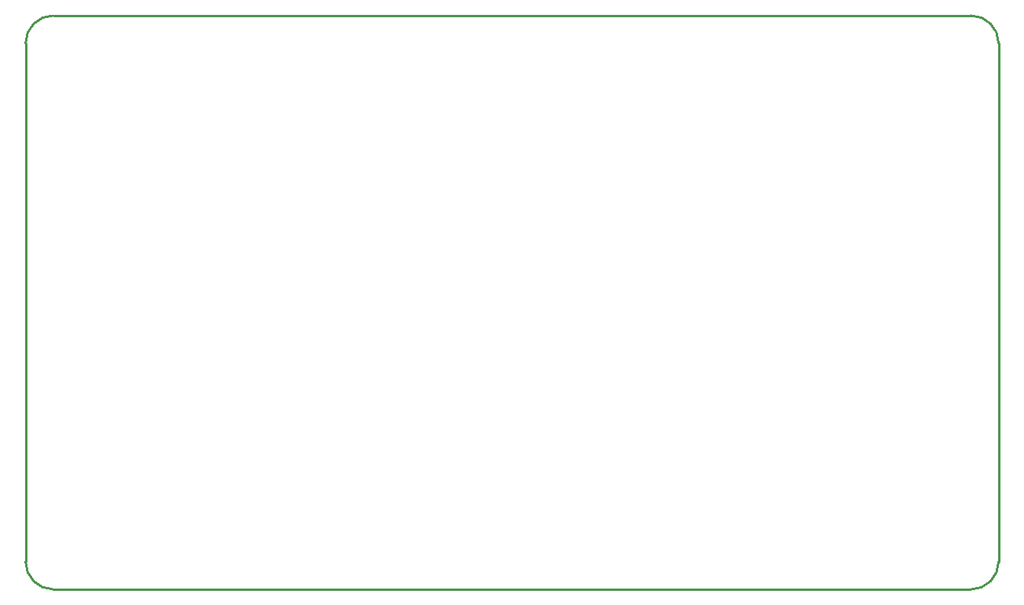
<source format=gbr>
%TF.GenerationSoftware,Altium Limited,Altium Designer,22.0.2 (36)*%
G04 Layer_Color=1265191*
%FSLAX45Y45*%
%MOMM*%
%TF.SameCoordinates,A85A4143-1F01-4578-B965-72C63468A48A*%
%TF.FilePolarity,Positive*%
%TF.FileFunction,Other,Board_Outline*%
%TF.Part,Single*%
G01*
G75*
%TA.AperFunction,NonConductor*%
%ADD59C,0.25400*%
D59*
X0Y5700000D02*
G03*
X-300000Y5400000I0J-300000D01*
G01*
Y-200000D02*
G03*
X0Y-500000I300000J0D01*
G01*
X9900000D02*
G03*
X10200000Y-200000I0J300000D01*
G01*
Y5400000D02*
G03*
X9900000Y5700000I-300000J0D01*
G01*
X0D02*
X9900000D01*
X-300000Y-200000D02*
Y5400000D01*
X-2Y-499998D02*
X9900003D01*
X10199999Y-200001D02*
Y5400000D01*
%TF.MD5,6491343eb6da8631f8764e60d0d80978*%
M02*

</source>
